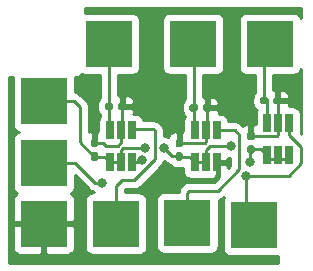
<source format=gbr>
%TF.GenerationSoftware,KiCad,Pcbnew,(5.1.10)-1*%
%TF.CreationDate,2021-10-31T22:14:32-07:00*%
%TF.ProjectId,touch_sensor_fp_board,746f7563-685f-4736-956e-736f725f6670,v1.4*%
%TF.SameCoordinates,Original*%
%TF.FileFunction,Copper,L1,Top*%
%TF.FilePolarity,Positive*%
%FSLAX46Y46*%
G04 Gerber Fmt 4.6, Leading zero omitted, Abs format (unit mm)*
G04 Created by KiCad (PCBNEW (5.1.10)-1) date 2021-10-31 22:14:32*
%MOMM*%
%LPD*%
G01*
G04 APERTURE LIST*
%TA.AperFunction,SMDPad,CuDef*%
%ADD10R,4.000000X4.000000*%
%TD*%
%TA.AperFunction,SMDPad,CuDef*%
%ADD11R,0.650000X1.560000*%
%TD*%
%TA.AperFunction,ViaPad*%
%ADD12C,0.800000*%
%TD*%
%TA.AperFunction,Conductor*%
%ADD13C,0.250000*%
%TD*%
%TA.AperFunction,Conductor*%
%ADD14C,0.254000*%
%TD*%
%TA.AperFunction,Conductor*%
%ADD15C,0.100000*%
%TD*%
G04 APERTURE END LIST*
D10*
%TO.P,P3,1*%
%TO.N,Net-(C3-Pad1)*%
X180350000Y-69200000D03*
%TD*%
%TO.P,P2,1*%
%TO.N,Net-(C2-Pad1)*%
X173850000Y-69200000D03*
%TD*%
%TO.P,P1,1*%
%TO.N,Net-(C1-Pad1)*%
X166700000Y-69200000D03*
%TD*%
%TO.P,C1,2*%
%TO.N,GNDREF*%
%TA.AperFunction,SMDPad,CuDef*%
G36*
G01*
X167492500Y-74655000D02*
X167492500Y-74345000D01*
G75*
G02*
X167647500Y-74190000I155000J0D01*
G01*
X168072500Y-74190000D01*
G75*
G02*
X168227500Y-74345000I0J-155000D01*
G01*
X168227500Y-74655000D01*
G75*
G02*
X168072500Y-74810000I-155000J0D01*
G01*
X167647500Y-74810000D01*
G75*
G02*
X167492500Y-74655000I0J155000D01*
G01*
G37*
%TD.AperFunction*%
%TO.P,C1,1*%
%TO.N,Net-(C1-Pad1)*%
%TA.AperFunction,SMDPad,CuDef*%
G36*
G01*
X166357500Y-74655000D02*
X166357500Y-74345000D01*
G75*
G02*
X166512500Y-74190000I155000J0D01*
G01*
X166937500Y-74190000D01*
G75*
G02*
X167092500Y-74345000I0J-155000D01*
G01*
X167092500Y-74655000D01*
G75*
G02*
X166937500Y-74810000I-155000J0D01*
G01*
X166512500Y-74810000D01*
G75*
G02*
X166357500Y-74655000I0J155000D01*
G01*
G37*
%TD.AperFunction*%
%TD*%
%TO.P,C2,1*%
%TO.N,Net-(C2-Pad1)*%
%TA.AperFunction,SMDPad,CuDef*%
G36*
G01*
X173532500Y-74780000D02*
X173532500Y-74470000D01*
G75*
G02*
X173687500Y-74315000I155000J0D01*
G01*
X174112500Y-74315000D01*
G75*
G02*
X174267500Y-74470000I0J-155000D01*
G01*
X174267500Y-74780000D01*
G75*
G02*
X174112500Y-74935000I-155000J0D01*
G01*
X173687500Y-74935000D01*
G75*
G02*
X173532500Y-74780000I0J155000D01*
G01*
G37*
%TD.AperFunction*%
%TO.P,C2,2*%
%TO.N,GNDREF*%
%TA.AperFunction,SMDPad,CuDef*%
G36*
G01*
X174667500Y-74780000D02*
X174667500Y-74470000D01*
G75*
G02*
X174822500Y-74315000I155000J0D01*
G01*
X175247500Y-74315000D01*
G75*
G02*
X175402500Y-74470000I0J-155000D01*
G01*
X175402500Y-74780000D01*
G75*
G02*
X175247500Y-74935000I-155000J0D01*
G01*
X174822500Y-74935000D01*
G75*
G02*
X174667500Y-74780000I0J155000D01*
G01*
G37*
%TD.AperFunction*%
%TD*%
%TO.P,C3,1*%
%TO.N,Net-(C3-Pad1)*%
%TA.AperFunction,SMDPad,CuDef*%
G36*
G01*
X179507500Y-74180000D02*
X179507500Y-73870000D01*
G75*
G02*
X179662500Y-73715000I155000J0D01*
G01*
X180087500Y-73715000D01*
G75*
G02*
X180242500Y-73870000I0J-155000D01*
G01*
X180242500Y-74180000D01*
G75*
G02*
X180087500Y-74335000I-155000J0D01*
G01*
X179662500Y-74335000D01*
G75*
G02*
X179507500Y-74180000I0J155000D01*
G01*
G37*
%TD.AperFunction*%
%TO.P,C3,2*%
%TO.N,GNDREF*%
%TA.AperFunction,SMDPad,CuDef*%
G36*
G01*
X180642500Y-74180000D02*
X180642500Y-73870000D01*
G75*
G02*
X180797500Y-73715000I155000J0D01*
G01*
X181222500Y-73715000D01*
G75*
G02*
X181377500Y-73870000I0J-155000D01*
G01*
X181377500Y-74180000D01*
G75*
G02*
X181222500Y-74335000I-155000J0D01*
G01*
X180797500Y-74335000D01*
G75*
G02*
X180642500Y-74180000I0J155000D01*
G01*
G37*
%TD.AperFunction*%
%TD*%
%TO.P,C4,1*%
%TO.N,+3V3*%
%TA.AperFunction,SMDPad,CuDef*%
G36*
G01*
X165655000Y-79117500D02*
X165345000Y-79117500D01*
G75*
G02*
X165190000Y-78962500I0J155000D01*
G01*
X165190000Y-78537500D01*
G75*
G02*
X165345000Y-78382500I155000J0D01*
G01*
X165655000Y-78382500D01*
G75*
G02*
X165810000Y-78537500I0J-155000D01*
G01*
X165810000Y-78962500D01*
G75*
G02*
X165655000Y-79117500I-155000J0D01*
G01*
G37*
%TD.AperFunction*%
%TO.P,C4,2*%
%TO.N,GNDREF*%
%TA.AperFunction,SMDPad,CuDef*%
G36*
G01*
X165655000Y-77982500D02*
X165345000Y-77982500D01*
G75*
G02*
X165190000Y-77827500I0J155000D01*
G01*
X165190000Y-77402500D01*
G75*
G02*
X165345000Y-77247500I155000J0D01*
G01*
X165655000Y-77247500D01*
G75*
G02*
X165810000Y-77402500I0J-155000D01*
G01*
X165810000Y-77827500D01*
G75*
G02*
X165655000Y-77982500I-155000J0D01*
G01*
G37*
%TD.AperFunction*%
%TD*%
%TO.P,C5,2*%
%TO.N,GNDREF*%
%TA.AperFunction,SMDPad,CuDef*%
G36*
G01*
X172830000Y-77982500D02*
X172520000Y-77982500D01*
G75*
G02*
X172365000Y-77827500I0J155000D01*
G01*
X172365000Y-77402500D01*
G75*
G02*
X172520000Y-77247500I155000J0D01*
G01*
X172830000Y-77247500D01*
G75*
G02*
X172985000Y-77402500I0J-155000D01*
G01*
X172985000Y-77827500D01*
G75*
G02*
X172830000Y-77982500I-155000J0D01*
G01*
G37*
%TD.AperFunction*%
%TO.P,C5,1*%
%TO.N,+3V3*%
%TA.AperFunction,SMDPad,CuDef*%
G36*
G01*
X172830000Y-79117500D02*
X172520000Y-79117500D01*
G75*
G02*
X172365000Y-78962500I0J155000D01*
G01*
X172365000Y-78537500D01*
G75*
G02*
X172520000Y-78382500I155000J0D01*
G01*
X172830000Y-78382500D01*
G75*
G02*
X172985000Y-78537500I0J-155000D01*
G01*
X172985000Y-78962500D01*
G75*
G02*
X172830000Y-79117500I-155000J0D01*
G01*
G37*
%TD.AperFunction*%
%TD*%
%TO.P,C6,2*%
%TO.N,GNDREF*%
%TA.AperFunction,SMDPad,CuDef*%
G36*
G01*
X178905000Y-77382500D02*
X178595000Y-77382500D01*
G75*
G02*
X178440000Y-77227500I0J155000D01*
G01*
X178440000Y-76802500D01*
G75*
G02*
X178595000Y-76647500I155000J0D01*
G01*
X178905000Y-76647500D01*
G75*
G02*
X179060000Y-76802500I0J-155000D01*
G01*
X179060000Y-77227500D01*
G75*
G02*
X178905000Y-77382500I-155000J0D01*
G01*
G37*
%TD.AperFunction*%
%TO.P,C6,1*%
%TO.N,+3V3*%
%TA.AperFunction,SMDPad,CuDef*%
G36*
G01*
X178905000Y-78517500D02*
X178595000Y-78517500D01*
G75*
G02*
X178440000Y-78362500I0J155000D01*
G01*
X178440000Y-77937500D01*
G75*
G02*
X178595000Y-77782500I155000J0D01*
G01*
X178905000Y-77782500D01*
G75*
G02*
X179060000Y-77937500I0J-155000D01*
G01*
X179060000Y-78362500D01*
G75*
G02*
X178905000Y-78517500I-155000J0D01*
G01*
G37*
%TD.AperFunction*%
%TD*%
%TO.P,TP1,1*%
%TO.N,Net-(TP1-Pad1)*%
X167325000Y-84425000D03*
%TD*%
%TO.P,TP2,1*%
%TO.N,Net-(TP2-Pad1)*%
X173375000Y-84350000D03*
%TD*%
%TO.P,TP3,1*%
%TO.N,Net-(TP3-Pad1)*%
X179000000Y-84550000D03*
%TD*%
%TO.P,TP4,1*%
%TO.N,+3V3*%
X161200000Y-74050000D03*
%TD*%
%TO.P,TP5,1*%
%TO.N,Net-(TP3-Pad1)*%
X161200000Y-79300000D03*
%TD*%
%TO.P,TP6,1*%
%TO.N,GNDREF*%
X161200000Y-84425000D03*
%TD*%
D11*
%TO.P,U1,1*%
%TO.N,Net-(TP1-Pad1)*%
X168700000Y-76525000D03*
%TO.P,U1,2*%
%TO.N,GNDREF*%
X167750000Y-76525000D03*
%TO.P,U1,3*%
%TO.N,Net-(C1-Pad1)*%
X166800000Y-76525000D03*
%TO.P,U1,4*%
%TO.N,+3V3*%
X166800000Y-79225000D03*
%TO.P,U1,6*%
%TO.N,GNDREF*%
X168700000Y-79225000D03*
%TO.P,U1,5*%
%TO.N,+3V3*%
X167750000Y-79225000D03*
%TD*%
%TO.P,U2,5*%
%TO.N,+3V3*%
X174925000Y-79225000D03*
%TO.P,U2,6*%
%TO.N,GNDREF*%
X175875000Y-79225000D03*
%TO.P,U2,4*%
%TO.N,+3V3*%
X173975000Y-79225000D03*
%TO.P,U2,3*%
%TO.N,Net-(C2-Pad1)*%
X173975000Y-76525000D03*
%TO.P,U2,2*%
%TO.N,GNDREF*%
X174925000Y-76525000D03*
%TO.P,U2,1*%
%TO.N,Net-(TP2-Pad1)*%
X175875000Y-76525000D03*
%TD*%
%TO.P,U3,1*%
%TO.N,Net-(TP3-Pad1)*%
X182000000Y-75925000D03*
%TO.P,U3,2*%
%TO.N,GNDREF*%
X181050000Y-75925000D03*
%TO.P,U3,3*%
%TO.N,Net-(C3-Pad1)*%
X180100000Y-75925000D03*
%TO.P,U3,4*%
%TO.N,+3V3*%
X180100000Y-78625000D03*
%TO.P,U3,6*%
X182000000Y-78625000D03*
%TO.P,U3,5*%
X181050000Y-78625000D03*
%TD*%
D12*
%TO.N,GNDREF*%
X161200000Y-87400000D03*
X165125000Y-73050000D03*
X170825000Y-73750000D03*
X169532348Y-79057348D03*
%TO.N,+3V3*%
X169800000Y-78050000D03*
X171400000Y-78050000D03*
X177050000Y-77850000D03*
X178700000Y-79200000D03*
%TO.N,Net-(TP3-Pad1)*%
X178350000Y-80375000D03*
X166150000Y-81000000D03*
%TD*%
D13*
%TO.N,GNDREF*%
X175067500Y-76382500D02*
X174925000Y-76525000D01*
X181242500Y-76082500D02*
X181050000Y-76275000D01*
X168700000Y-79225000D02*
X168900000Y-79225000D01*
X181050000Y-74065000D02*
X181010000Y-74025000D01*
X181010000Y-76235000D02*
X181050000Y-76275000D01*
X181010000Y-74025000D02*
X181010000Y-76235000D01*
X175035000Y-76415000D02*
X174925000Y-76525000D01*
X175035000Y-74625000D02*
X175035000Y-76415000D01*
X167860000Y-76415000D02*
X167750000Y-76525000D01*
X167860000Y-74500000D02*
X167860000Y-76415000D01*
X181050000Y-76955000D02*
X181050000Y-75925000D01*
X180974999Y-77030001D02*
X181050000Y-76955000D01*
X178765001Y-77030001D02*
X180974999Y-77030001D01*
X178750000Y-77015000D02*
X178765001Y-77030001D01*
X174925000Y-77555000D02*
X174925000Y-76525000D01*
X174849999Y-77630001D02*
X174925000Y-77555000D01*
X172690001Y-77630001D02*
X174849999Y-77630001D01*
X172675000Y-77615000D02*
X172690001Y-77630001D01*
X166199998Y-77615000D02*
X166434998Y-77850000D01*
X165500000Y-77615000D02*
X166199998Y-77615000D01*
X167750000Y-77555000D02*
X167750000Y-76525000D01*
X167455000Y-77850000D02*
X167750000Y-77555000D01*
X166434998Y-77850000D02*
X167455000Y-77850000D01*
X169364696Y-79225000D02*
X169532348Y-79057348D01*
X168700000Y-79225000D02*
X169364696Y-79225000D01*
%TO.N,Net-(C1-Pad1)*%
X166725000Y-76450000D02*
X166800000Y-76525000D01*
X166725000Y-74500000D02*
X166725000Y-76450000D01*
X166725000Y-69225000D02*
X166700000Y-69200000D01*
X166725000Y-74500000D02*
X166725000Y-69225000D01*
%TO.N,Net-(C2-Pad1)*%
X173932500Y-76482500D02*
X173975000Y-76525000D01*
X173900000Y-76450000D02*
X173975000Y-76525000D01*
X173900000Y-74625000D02*
X173900000Y-76450000D01*
X173900000Y-69250000D02*
X173850000Y-69200000D01*
X173900000Y-74625000D02*
X173900000Y-69250000D01*
%TO.N,Net-(C3-Pad1)*%
X180107500Y-76267500D02*
X180100000Y-76275000D01*
X180100000Y-74250000D02*
X179875000Y-74025000D01*
X180100000Y-76275000D02*
X180100000Y-74250000D01*
X179875000Y-69675000D02*
X180350000Y-69200000D01*
X179875000Y-74025000D02*
X179875000Y-69675000D01*
%TO.N,+3V3*%
X166775000Y-79250000D02*
X166800000Y-79225000D01*
X167007500Y-79432500D02*
X166800000Y-79225000D01*
X167750000Y-79225000D02*
X166800000Y-79225000D01*
X173975000Y-79225000D02*
X174925000Y-79225000D01*
X180100000Y-78975000D02*
X181050000Y-78975000D01*
X181050000Y-78975000D02*
X182000000Y-78975000D01*
X173950000Y-79250000D02*
X173975000Y-79225000D01*
X179625000Y-78150000D02*
X180100000Y-78625000D01*
X178750000Y-78150000D02*
X179625000Y-78150000D01*
X173500000Y-78750000D02*
X173975000Y-79225000D01*
X172675000Y-78750000D02*
X173500000Y-78750000D01*
X166325000Y-78750000D02*
X166800000Y-79225000D01*
X165500000Y-78750000D02*
X166325000Y-78750000D01*
X167750000Y-78195000D02*
X167895000Y-78050000D01*
X167750000Y-79225000D02*
X167750000Y-78195000D01*
X167895000Y-78050000D02*
X169800000Y-78050000D01*
X171400000Y-78050000D02*
X172050000Y-78700000D01*
X172625000Y-78700000D02*
X172675000Y-78750000D01*
X172050000Y-78700000D02*
X172625000Y-78700000D01*
X174925000Y-78195000D02*
X175245000Y-77875000D01*
X174925000Y-79225000D02*
X174925000Y-78195000D01*
X178700000Y-78200000D02*
X178750000Y-78150000D01*
X178700000Y-79200000D02*
X178700000Y-78200000D01*
X177025000Y-77875000D02*
X177050000Y-77850000D01*
X175245000Y-77875000D02*
X177025000Y-77875000D01*
X165500000Y-78750000D02*
X164275000Y-77525000D01*
X164275000Y-77525000D02*
X164275000Y-74550000D01*
X163775000Y-74050000D02*
X161200000Y-74050000D01*
X164275000Y-74550000D02*
X163775000Y-74050000D01*
%TO.N,Net-(TP1-Pad1)*%
X168775000Y-76450000D02*
X168700000Y-76525000D01*
X170525000Y-76450000D02*
X168775000Y-76450000D01*
X167325000Y-84425000D02*
X167325000Y-81250000D01*
X167325000Y-81250000D02*
X167800000Y-80775000D01*
X168840002Y-80775000D02*
X170625000Y-78990002D01*
X167800000Y-80775000D02*
X168840002Y-80775000D01*
X170625000Y-76550000D02*
X170525000Y-76450000D01*
X170625000Y-78990002D02*
X170625000Y-76550000D01*
%TO.N,Net-(TP2-Pad1)*%
X175875000Y-76525000D02*
X177375000Y-76525000D01*
X177775001Y-76925001D02*
X177775001Y-79824999D01*
X177375000Y-76525000D02*
X177775001Y-76925001D01*
X177775001Y-79824999D02*
X175950000Y-81650000D01*
X175950000Y-81650000D02*
X173525000Y-81650000D01*
X173375000Y-81800000D02*
X173375000Y-84350000D01*
X173525000Y-81650000D02*
X173375000Y-81800000D01*
%TO.N,Net-(TP3-Pad1)*%
X183000000Y-77934998D02*
X182315002Y-77250000D01*
X182315002Y-77250000D02*
X182315002Y-77240002D01*
X182000000Y-76925000D02*
X182000000Y-75925000D01*
X182315002Y-77240002D02*
X182000000Y-76925000D01*
X181940002Y-80375000D02*
X178350000Y-80375000D01*
X183000000Y-79315002D02*
X181940002Y-80375000D01*
X183000000Y-77934998D02*
X183000000Y-79315002D01*
X178350000Y-83900000D02*
X179000000Y-84550000D01*
X178350000Y-80375000D02*
X178350000Y-83900000D01*
X166150000Y-81000000D02*
X165575000Y-81000000D01*
X163875000Y-79300000D02*
X161200000Y-79300000D01*
X165575000Y-81000000D02*
X163875000Y-79300000D01*
%TD*%
D14*
%TO.N,GNDREF*%
X158561928Y-72050000D02*
X158561928Y-76050000D01*
X158574188Y-76174482D01*
X158610498Y-76294180D01*
X158669463Y-76404494D01*
X158748815Y-76501185D01*
X158845506Y-76580537D01*
X158955820Y-76639502D01*
X159072841Y-76675000D01*
X158955820Y-76710498D01*
X158845506Y-76769463D01*
X158748815Y-76848815D01*
X158669463Y-76945506D01*
X158610498Y-77055820D01*
X158574188Y-77175518D01*
X158561928Y-77300000D01*
X158561928Y-81300000D01*
X158574188Y-81424482D01*
X158610498Y-81544180D01*
X158669463Y-81654494D01*
X158748815Y-81751185D01*
X158845506Y-81830537D01*
X158905304Y-81862500D01*
X158845506Y-81894463D01*
X158748815Y-81973815D01*
X158669463Y-82070506D01*
X158610498Y-82180820D01*
X158574188Y-82300518D01*
X158561928Y-82425000D01*
X158565000Y-84139250D01*
X158723750Y-84298000D01*
X161073000Y-84298000D01*
X161073000Y-84278000D01*
X161327000Y-84278000D01*
X161327000Y-84298000D01*
X163676250Y-84298000D01*
X163835000Y-84139250D01*
X163838072Y-82425000D01*
X163825812Y-82300518D01*
X163789502Y-82180820D01*
X163730537Y-82070506D01*
X163651185Y-81973815D01*
X163554494Y-81894463D01*
X163494696Y-81862500D01*
X163554494Y-81830537D01*
X163651185Y-81751185D01*
X163730537Y-81654494D01*
X163789502Y-81544180D01*
X163825812Y-81424482D01*
X163838072Y-81300000D01*
X163838072Y-80337873D01*
X165011201Y-81511003D01*
X165034999Y-81540001D01*
X165063997Y-81563799D01*
X165150723Y-81634974D01*
X165282753Y-81705546D01*
X165426014Y-81749003D01*
X165436306Y-81750017D01*
X165473217Y-81786928D01*
X165325000Y-81786928D01*
X165200518Y-81799188D01*
X165080820Y-81835498D01*
X164970506Y-81894463D01*
X164873815Y-81973815D01*
X164794463Y-82070506D01*
X164735498Y-82180820D01*
X164699188Y-82300518D01*
X164686928Y-82425000D01*
X164686928Y-86425000D01*
X164699188Y-86549482D01*
X164735498Y-86669180D01*
X164794463Y-86779494D01*
X164873815Y-86876185D01*
X164970506Y-86955537D01*
X165080820Y-87014502D01*
X165200518Y-87050812D01*
X165325000Y-87063072D01*
X169325000Y-87063072D01*
X169449482Y-87050812D01*
X169569180Y-87014502D01*
X169679494Y-86955537D01*
X169776185Y-86876185D01*
X169855537Y-86779494D01*
X169914502Y-86669180D01*
X169950812Y-86549482D01*
X169963072Y-86425000D01*
X169963072Y-82425000D01*
X169950812Y-82300518D01*
X169914502Y-82180820D01*
X169855537Y-82070506D01*
X169776185Y-81973815D01*
X169679494Y-81894463D01*
X169569180Y-81835498D01*
X169449482Y-81799188D01*
X169325000Y-81786928D01*
X168085000Y-81786928D01*
X168085000Y-81564801D01*
X168114802Y-81535000D01*
X168802680Y-81535000D01*
X168840002Y-81538676D01*
X168877324Y-81535000D01*
X168877335Y-81535000D01*
X168988988Y-81524003D01*
X169132249Y-81480546D01*
X169264278Y-81409974D01*
X169380003Y-81315001D01*
X169403805Y-81285998D01*
X171136009Y-79553796D01*
X171165001Y-79530003D01*
X171188795Y-79501010D01*
X171188799Y-79501006D01*
X171259973Y-79414279D01*
X171259974Y-79414278D01*
X171330546Y-79282249D01*
X171374003Y-79138988D01*
X171377606Y-79102408D01*
X171486200Y-79211002D01*
X171509999Y-79240001D01*
X171625724Y-79334974D01*
X171757753Y-79405546D01*
X171897334Y-79447887D01*
X171959213Y-79523287D01*
X172079393Y-79621915D01*
X172216504Y-79695203D01*
X172365279Y-79740333D01*
X172520000Y-79755572D01*
X172830000Y-79755572D01*
X172984721Y-79740333D01*
X173011928Y-79732080D01*
X173011928Y-80005000D01*
X173024188Y-80129482D01*
X173060498Y-80249180D01*
X173119463Y-80359494D01*
X173198815Y-80456185D01*
X173295506Y-80535537D01*
X173405820Y-80594502D01*
X173525518Y-80630812D01*
X173650000Y-80643072D01*
X174300000Y-80643072D01*
X174424482Y-80630812D01*
X174450000Y-80623071D01*
X174475518Y-80630812D01*
X174600000Y-80643072D01*
X175250000Y-80643072D01*
X175374482Y-80630812D01*
X175400000Y-80623071D01*
X175425518Y-80630812D01*
X175550000Y-80643072D01*
X175589250Y-80640000D01*
X175748000Y-80481250D01*
X175748000Y-80399141D01*
X175780537Y-80359494D01*
X175839502Y-80249180D01*
X175875812Y-80129482D01*
X175888072Y-80005000D01*
X175888072Y-79078000D01*
X176002000Y-79078000D01*
X176002000Y-79098000D01*
X176676250Y-79098000D01*
X176835000Y-78939250D01*
X176835476Y-78862606D01*
X176948061Y-78885000D01*
X177015002Y-78885000D01*
X177015002Y-79510196D01*
X176836108Y-79689090D01*
X176835000Y-79510750D01*
X176676250Y-79352000D01*
X176002000Y-79352000D01*
X176002000Y-80481250D01*
X176022974Y-80502224D01*
X175635199Y-80890000D01*
X173562322Y-80890000D01*
X173524999Y-80886324D01*
X173487676Y-80890000D01*
X173487667Y-80890000D01*
X173376014Y-80900997D01*
X173232753Y-80944454D01*
X173100724Y-81015026D01*
X172984999Y-81109999D01*
X172961196Y-81139003D01*
X172864003Y-81236196D01*
X172834999Y-81259999D01*
X172779871Y-81327174D01*
X172740026Y-81375724D01*
X172713964Y-81424482D01*
X172669454Y-81507754D01*
X172625997Y-81651015D01*
X172619998Y-81711928D01*
X171375000Y-81711928D01*
X171250518Y-81724188D01*
X171130820Y-81760498D01*
X171020506Y-81819463D01*
X170923815Y-81898815D01*
X170844463Y-81995506D01*
X170785498Y-82105820D01*
X170749188Y-82225518D01*
X170736928Y-82350000D01*
X170736928Y-86350000D01*
X170749188Y-86474482D01*
X170785498Y-86594180D01*
X170844463Y-86704494D01*
X170923815Y-86801185D01*
X171020506Y-86880537D01*
X171130820Y-86939502D01*
X171250518Y-86975812D01*
X171375000Y-86988072D01*
X175375000Y-86988072D01*
X175499482Y-86975812D01*
X175619180Y-86939502D01*
X175729494Y-86880537D01*
X175826185Y-86801185D01*
X175905537Y-86704494D01*
X175964502Y-86594180D01*
X176000812Y-86474482D01*
X176013072Y-86350000D01*
X176013072Y-82407465D01*
X176098986Y-82399003D01*
X176242247Y-82355546D01*
X176374276Y-82284974D01*
X176458655Y-82215726D01*
X176410498Y-82305820D01*
X176374188Y-82425518D01*
X176361928Y-82550000D01*
X176361928Y-86550000D01*
X176374188Y-86674482D01*
X176410498Y-86794180D01*
X176469463Y-86904494D01*
X176548815Y-87001185D01*
X176645506Y-87080537D01*
X176755820Y-87139502D01*
X176875518Y-87175812D01*
X177000000Y-87188072D01*
X181000000Y-87188072D01*
X181065000Y-87181670D01*
X181065000Y-87765000D01*
X158260000Y-87765000D01*
X158260000Y-86425000D01*
X158561928Y-86425000D01*
X158574188Y-86549482D01*
X158610498Y-86669180D01*
X158669463Y-86779494D01*
X158748815Y-86876185D01*
X158845506Y-86955537D01*
X158955820Y-87014502D01*
X159075518Y-87050812D01*
X159200000Y-87063072D01*
X160914250Y-87060000D01*
X161073000Y-86901250D01*
X161073000Y-84552000D01*
X161327000Y-84552000D01*
X161327000Y-86901250D01*
X161485750Y-87060000D01*
X163200000Y-87063072D01*
X163324482Y-87050812D01*
X163444180Y-87014502D01*
X163554494Y-86955537D01*
X163651185Y-86876185D01*
X163730537Y-86779494D01*
X163789502Y-86669180D01*
X163825812Y-86549482D01*
X163838072Y-86425000D01*
X163835000Y-84710750D01*
X163676250Y-84552000D01*
X161327000Y-84552000D01*
X161073000Y-84552000D01*
X158723750Y-84552000D01*
X158565000Y-84710750D01*
X158561928Y-86425000D01*
X158260000Y-86425000D01*
X158260000Y-71985000D01*
X158568330Y-71985000D01*
X158561928Y-72050000D01*
%TA.AperFunction,Conductor*%
D15*
G36*
X158561928Y-72050000D02*
G01*
X158561928Y-76050000D01*
X158574188Y-76174482D01*
X158610498Y-76294180D01*
X158669463Y-76404494D01*
X158748815Y-76501185D01*
X158845506Y-76580537D01*
X158955820Y-76639502D01*
X159072841Y-76675000D01*
X158955820Y-76710498D01*
X158845506Y-76769463D01*
X158748815Y-76848815D01*
X158669463Y-76945506D01*
X158610498Y-77055820D01*
X158574188Y-77175518D01*
X158561928Y-77300000D01*
X158561928Y-81300000D01*
X158574188Y-81424482D01*
X158610498Y-81544180D01*
X158669463Y-81654494D01*
X158748815Y-81751185D01*
X158845506Y-81830537D01*
X158905304Y-81862500D01*
X158845506Y-81894463D01*
X158748815Y-81973815D01*
X158669463Y-82070506D01*
X158610498Y-82180820D01*
X158574188Y-82300518D01*
X158561928Y-82425000D01*
X158565000Y-84139250D01*
X158723750Y-84298000D01*
X161073000Y-84298000D01*
X161073000Y-84278000D01*
X161327000Y-84278000D01*
X161327000Y-84298000D01*
X163676250Y-84298000D01*
X163835000Y-84139250D01*
X163838072Y-82425000D01*
X163825812Y-82300518D01*
X163789502Y-82180820D01*
X163730537Y-82070506D01*
X163651185Y-81973815D01*
X163554494Y-81894463D01*
X163494696Y-81862500D01*
X163554494Y-81830537D01*
X163651185Y-81751185D01*
X163730537Y-81654494D01*
X163789502Y-81544180D01*
X163825812Y-81424482D01*
X163838072Y-81300000D01*
X163838072Y-80337873D01*
X165011201Y-81511003D01*
X165034999Y-81540001D01*
X165063997Y-81563799D01*
X165150723Y-81634974D01*
X165282753Y-81705546D01*
X165426014Y-81749003D01*
X165436306Y-81750017D01*
X165473217Y-81786928D01*
X165325000Y-81786928D01*
X165200518Y-81799188D01*
X165080820Y-81835498D01*
X164970506Y-81894463D01*
X164873815Y-81973815D01*
X164794463Y-82070506D01*
X164735498Y-82180820D01*
X164699188Y-82300518D01*
X164686928Y-82425000D01*
X164686928Y-86425000D01*
X164699188Y-86549482D01*
X164735498Y-86669180D01*
X164794463Y-86779494D01*
X164873815Y-86876185D01*
X164970506Y-86955537D01*
X165080820Y-87014502D01*
X165200518Y-87050812D01*
X165325000Y-87063072D01*
X169325000Y-87063072D01*
X169449482Y-87050812D01*
X169569180Y-87014502D01*
X169679494Y-86955537D01*
X169776185Y-86876185D01*
X169855537Y-86779494D01*
X169914502Y-86669180D01*
X169950812Y-86549482D01*
X169963072Y-86425000D01*
X169963072Y-82425000D01*
X169950812Y-82300518D01*
X169914502Y-82180820D01*
X169855537Y-82070506D01*
X169776185Y-81973815D01*
X169679494Y-81894463D01*
X169569180Y-81835498D01*
X169449482Y-81799188D01*
X169325000Y-81786928D01*
X168085000Y-81786928D01*
X168085000Y-81564801D01*
X168114802Y-81535000D01*
X168802680Y-81535000D01*
X168840002Y-81538676D01*
X168877324Y-81535000D01*
X168877335Y-81535000D01*
X168988988Y-81524003D01*
X169132249Y-81480546D01*
X169264278Y-81409974D01*
X169380003Y-81315001D01*
X169403805Y-81285998D01*
X171136009Y-79553796D01*
X171165001Y-79530003D01*
X171188795Y-79501010D01*
X171188799Y-79501006D01*
X171259973Y-79414279D01*
X171259974Y-79414278D01*
X171330546Y-79282249D01*
X171374003Y-79138988D01*
X171377606Y-79102408D01*
X171486200Y-79211002D01*
X171509999Y-79240001D01*
X171625724Y-79334974D01*
X171757753Y-79405546D01*
X171897334Y-79447887D01*
X171959213Y-79523287D01*
X172079393Y-79621915D01*
X172216504Y-79695203D01*
X172365279Y-79740333D01*
X172520000Y-79755572D01*
X172830000Y-79755572D01*
X172984721Y-79740333D01*
X173011928Y-79732080D01*
X173011928Y-80005000D01*
X173024188Y-80129482D01*
X173060498Y-80249180D01*
X173119463Y-80359494D01*
X173198815Y-80456185D01*
X173295506Y-80535537D01*
X173405820Y-80594502D01*
X173525518Y-80630812D01*
X173650000Y-80643072D01*
X174300000Y-80643072D01*
X174424482Y-80630812D01*
X174450000Y-80623071D01*
X174475518Y-80630812D01*
X174600000Y-80643072D01*
X175250000Y-80643072D01*
X175374482Y-80630812D01*
X175400000Y-80623071D01*
X175425518Y-80630812D01*
X175550000Y-80643072D01*
X175589250Y-80640000D01*
X175748000Y-80481250D01*
X175748000Y-80399141D01*
X175780537Y-80359494D01*
X175839502Y-80249180D01*
X175875812Y-80129482D01*
X175888072Y-80005000D01*
X175888072Y-79078000D01*
X176002000Y-79078000D01*
X176002000Y-79098000D01*
X176676250Y-79098000D01*
X176835000Y-78939250D01*
X176835476Y-78862606D01*
X176948061Y-78885000D01*
X177015002Y-78885000D01*
X177015002Y-79510196D01*
X176836108Y-79689090D01*
X176835000Y-79510750D01*
X176676250Y-79352000D01*
X176002000Y-79352000D01*
X176002000Y-80481250D01*
X176022974Y-80502224D01*
X175635199Y-80890000D01*
X173562322Y-80890000D01*
X173524999Y-80886324D01*
X173487676Y-80890000D01*
X173487667Y-80890000D01*
X173376014Y-80900997D01*
X173232753Y-80944454D01*
X173100724Y-81015026D01*
X172984999Y-81109999D01*
X172961196Y-81139003D01*
X172864003Y-81236196D01*
X172834999Y-81259999D01*
X172779871Y-81327174D01*
X172740026Y-81375724D01*
X172713964Y-81424482D01*
X172669454Y-81507754D01*
X172625997Y-81651015D01*
X172619998Y-81711928D01*
X171375000Y-81711928D01*
X171250518Y-81724188D01*
X171130820Y-81760498D01*
X171020506Y-81819463D01*
X170923815Y-81898815D01*
X170844463Y-81995506D01*
X170785498Y-82105820D01*
X170749188Y-82225518D01*
X170736928Y-82350000D01*
X170736928Y-86350000D01*
X170749188Y-86474482D01*
X170785498Y-86594180D01*
X170844463Y-86704494D01*
X170923815Y-86801185D01*
X171020506Y-86880537D01*
X171130820Y-86939502D01*
X171250518Y-86975812D01*
X171375000Y-86988072D01*
X175375000Y-86988072D01*
X175499482Y-86975812D01*
X175619180Y-86939502D01*
X175729494Y-86880537D01*
X175826185Y-86801185D01*
X175905537Y-86704494D01*
X175964502Y-86594180D01*
X176000812Y-86474482D01*
X176013072Y-86350000D01*
X176013072Y-82407465D01*
X176098986Y-82399003D01*
X176242247Y-82355546D01*
X176374276Y-82284974D01*
X176458655Y-82215726D01*
X176410498Y-82305820D01*
X176374188Y-82425518D01*
X176361928Y-82550000D01*
X176361928Y-86550000D01*
X176374188Y-86674482D01*
X176410498Y-86794180D01*
X176469463Y-86904494D01*
X176548815Y-87001185D01*
X176645506Y-87080537D01*
X176755820Y-87139502D01*
X176875518Y-87175812D01*
X177000000Y-87188072D01*
X181000000Y-87188072D01*
X181065000Y-87181670D01*
X181065000Y-87765000D01*
X158260000Y-87765000D01*
X158260000Y-86425000D01*
X158561928Y-86425000D01*
X158574188Y-86549482D01*
X158610498Y-86669180D01*
X158669463Y-86779494D01*
X158748815Y-86876185D01*
X158845506Y-86955537D01*
X158955820Y-87014502D01*
X159075518Y-87050812D01*
X159200000Y-87063072D01*
X160914250Y-87060000D01*
X161073000Y-86901250D01*
X161073000Y-84552000D01*
X161327000Y-84552000D01*
X161327000Y-86901250D01*
X161485750Y-87060000D01*
X163200000Y-87063072D01*
X163324482Y-87050812D01*
X163444180Y-87014502D01*
X163554494Y-86955537D01*
X163651185Y-86876185D01*
X163730537Y-86779494D01*
X163789502Y-86669180D01*
X163825812Y-86549482D01*
X163838072Y-86425000D01*
X163835000Y-84710750D01*
X163676250Y-84552000D01*
X161327000Y-84552000D01*
X161073000Y-84552000D01*
X158723750Y-84552000D01*
X158565000Y-84710750D01*
X158561928Y-86425000D01*
X158260000Y-86425000D01*
X158260000Y-71985000D01*
X158568330Y-71985000D01*
X158561928Y-72050000D01*
G37*
%TD.AperFunction*%
D14*
X168827000Y-79098000D02*
X168847000Y-79098000D01*
X168847000Y-79352000D01*
X168827000Y-79352000D01*
X168827000Y-79372000D01*
X168713072Y-79372000D01*
X168713072Y-79078000D01*
X168827000Y-79078000D01*
X168827000Y-79098000D01*
%TA.AperFunction,Conductor*%
D15*
G36*
X168827000Y-79098000D02*
G01*
X168847000Y-79098000D01*
X168847000Y-79352000D01*
X168827000Y-79352000D01*
X168827000Y-79372000D01*
X168713072Y-79372000D01*
X168713072Y-79078000D01*
X168827000Y-79078000D01*
X168827000Y-79098000D01*
G37*
%TD.AperFunction*%
D14*
X164575518Y-71825812D02*
X164700000Y-71838072D01*
X165965001Y-71838072D01*
X165965000Y-73773309D01*
X165951713Y-73784213D01*
X165853085Y-73904393D01*
X165779797Y-74041504D01*
X165734667Y-74190279D01*
X165719428Y-74345000D01*
X165719428Y-74655000D01*
X165734667Y-74809721D01*
X165779797Y-74958496D01*
X165853085Y-75095607D01*
X165951713Y-75215787D01*
X165965000Y-75226692D01*
X165965000Y-75365481D01*
X165944463Y-75390506D01*
X165885498Y-75500820D01*
X165849188Y-75620518D01*
X165836928Y-75745000D01*
X165836928Y-76612080D01*
X165810000Y-76609428D01*
X165785750Y-76612500D01*
X165627000Y-76771250D01*
X165627000Y-77488000D01*
X165647000Y-77488000D01*
X165647000Y-77742000D01*
X165627000Y-77742000D01*
X165627000Y-77744428D01*
X165569230Y-77744428D01*
X165353000Y-77528199D01*
X165353000Y-77488000D01*
X165373000Y-77488000D01*
X165373000Y-76771250D01*
X165214250Y-76612500D01*
X165190000Y-76609428D01*
X165065518Y-76621688D01*
X165035000Y-76630946D01*
X165035000Y-74587325D01*
X165038676Y-74550000D01*
X165035000Y-74512675D01*
X165035000Y-74512667D01*
X165024003Y-74401014D01*
X164980546Y-74257753D01*
X164909974Y-74125724D01*
X164815001Y-74009999D01*
X164785997Y-73986196D01*
X164338804Y-73539003D01*
X164315001Y-73509999D01*
X164199276Y-73415026D01*
X164067247Y-73344454D01*
X163923986Y-73300997D01*
X163838072Y-73292535D01*
X163838072Y-72050000D01*
X163831670Y-71985000D01*
X163967581Y-71985000D01*
X164000000Y-71988193D01*
X164032419Y-71985000D01*
X164129383Y-71975450D01*
X164253793Y-71937710D01*
X164368450Y-71876425D01*
X164468948Y-71793948D01*
X164469253Y-71793577D01*
X164575518Y-71825812D01*
%TA.AperFunction,Conductor*%
D15*
G36*
X164575518Y-71825812D02*
G01*
X164700000Y-71838072D01*
X165965001Y-71838072D01*
X165965000Y-73773309D01*
X165951713Y-73784213D01*
X165853085Y-73904393D01*
X165779797Y-74041504D01*
X165734667Y-74190279D01*
X165719428Y-74345000D01*
X165719428Y-74655000D01*
X165734667Y-74809721D01*
X165779797Y-74958496D01*
X165853085Y-75095607D01*
X165951713Y-75215787D01*
X165965000Y-75226692D01*
X165965000Y-75365481D01*
X165944463Y-75390506D01*
X165885498Y-75500820D01*
X165849188Y-75620518D01*
X165836928Y-75745000D01*
X165836928Y-76612080D01*
X165810000Y-76609428D01*
X165785750Y-76612500D01*
X165627000Y-76771250D01*
X165627000Y-77488000D01*
X165647000Y-77488000D01*
X165647000Y-77742000D01*
X165627000Y-77742000D01*
X165627000Y-77744428D01*
X165569230Y-77744428D01*
X165353000Y-77528199D01*
X165353000Y-77488000D01*
X165373000Y-77488000D01*
X165373000Y-76771250D01*
X165214250Y-76612500D01*
X165190000Y-76609428D01*
X165065518Y-76621688D01*
X165035000Y-76630946D01*
X165035000Y-74587325D01*
X165038676Y-74550000D01*
X165035000Y-74512675D01*
X165035000Y-74512667D01*
X165024003Y-74401014D01*
X164980546Y-74257753D01*
X164909974Y-74125724D01*
X164815001Y-74009999D01*
X164785997Y-73986196D01*
X164338804Y-73539003D01*
X164315001Y-73509999D01*
X164199276Y-73415026D01*
X164067247Y-73344454D01*
X163923986Y-73300997D01*
X163838072Y-73292535D01*
X163838072Y-72050000D01*
X163831670Y-71985000D01*
X163967581Y-71985000D01*
X164000000Y-71988193D01*
X164032419Y-71985000D01*
X164129383Y-71975450D01*
X164253793Y-71937710D01*
X164368450Y-71876425D01*
X164468948Y-71793948D01*
X164469253Y-71793577D01*
X164575518Y-71825812D01*
G37*
%TD.AperFunction*%
D14*
X182965001Y-67039879D02*
X182939502Y-66955820D01*
X182880537Y-66845506D01*
X182801185Y-66748815D01*
X182704494Y-66669463D01*
X182594180Y-66610498D01*
X182474482Y-66574188D01*
X182350000Y-66561928D01*
X178350000Y-66561928D01*
X178225518Y-66574188D01*
X178105820Y-66610498D01*
X177995506Y-66669463D01*
X177898815Y-66748815D01*
X177819463Y-66845506D01*
X177760498Y-66955820D01*
X177724188Y-67075518D01*
X177711928Y-67200000D01*
X177711928Y-71200000D01*
X177724188Y-71324482D01*
X177760498Y-71444180D01*
X177819463Y-71554494D01*
X177898815Y-71651185D01*
X177995506Y-71730537D01*
X178105820Y-71789502D01*
X178225518Y-71825812D01*
X178350000Y-71838072D01*
X179115001Y-71838072D01*
X179115000Y-73298309D01*
X179101713Y-73309213D01*
X179003085Y-73429393D01*
X178929797Y-73566504D01*
X178884667Y-73715279D01*
X178869428Y-73870000D01*
X178869428Y-74180000D01*
X178884667Y-74334721D01*
X178929797Y-74483496D01*
X179003085Y-74620607D01*
X179101713Y-74740787D01*
X179219410Y-74837377D01*
X179185498Y-74900820D01*
X179149188Y-75020518D01*
X179136928Y-75145000D01*
X179136928Y-76017004D01*
X179060000Y-76009428D01*
X179035750Y-76012500D01*
X178877000Y-76171250D01*
X178877000Y-76888000D01*
X178897000Y-76888000D01*
X178897000Y-77142000D01*
X178877000Y-77142000D01*
X178877000Y-77144428D01*
X178623000Y-77144428D01*
X178623000Y-77142000D01*
X178603000Y-77142000D01*
X178603000Y-76888000D01*
X178623000Y-76888000D01*
X178623000Y-76171250D01*
X178464250Y-76012500D01*
X178440000Y-76009428D01*
X178315518Y-76021688D01*
X178195820Y-76057998D01*
X178085506Y-76116963D01*
X178061481Y-76136680D01*
X177938804Y-76014003D01*
X177915001Y-75984999D01*
X177799276Y-75890026D01*
X177667247Y-75819454D01*
X177523986Y-75775997D01*
X177412333Y-75765000D01*
X177412322Y-75765000D01*
X177375000Y-75761324D01*
X177337678Y-75765000D01*
X176838072Y-75765000D01*
X176838072Y-75745000D01*
X176825812Y-75620518D01*
X176789502Y-75500820D01*
X176730537Y-75390506D01*
X176651185Y-75293815D01*
X176554494Y-75214463D01*
X176444180Y-75155498D01*
X176324482Y-75119188D01*
X176200000Y-75106928D01*
X176013919Y-75106928D01*
X176028312Y-75059482D01*
X176040572Y-74935000D01*
X176037500Y-74910750D01*
X175878750Y-74752000D01*
X175162000Y-74752000D01*
X175162000Y-74772000D01*
X174908000Y-74772000D01*
X174908000Y-74752000D01*
X174905572Y-74752000D01*
X174905572Y-74498000D01*
X174908000Y-74498000D01*
X174908000Y-73838750D01*
X175162000Y-73838750D01*
X175162000Y-74498000D01*
X175878750Y-74498000D01*
X176037500Y-74339250D01*
X176040572Y-74315000D01*
X176028312Y-74190518D01*
X175992002Y-74070820D01*
X175933037Y-73960506D01*
X175853685Y-73863815D01*
X175756994Y-73784463D01*
X175646680Y-73725498D01*
X175526982Y-73689188D01*
X175402500Y-73676928D01*
X175320750Y-73680000D01*
X175162000Y-73838750D01*
X174908000Y-73838750D01*
X174749250Y-73680000D01*
X174667500Y-73676928D01*
X174660000Y-73677667D01*
X174660000Y-71838072D01*
X175850000Y-71838072D01*
X175974482Y-71825812D01*
X176094180Y-71789502D01*
X176204494Y-71730537D01*
X176301185Y-71651185D01*
X176380537Y-71554494D01*
X176439502Y-71444180D01*
X176475812Y-71324482D01*
X176488072Y-71200000D01*
X176488072Y-67200000D01*
X176475812Y-67075518D01*
X176439502Y-66955820D01*
X176380537Y-66845506D01*
X176301185Y-66748815D01*
X176204494Y-66669463D01*
X176094180Y-66610498D01*
X175974482Y-66574188D01*
X175850000Y-66561928D01*
X171850000Y-66561928D01*
X171725518Y-66574188D01*
X171605820Y-66610498D01*
X171495506Y-66669463D01*
X171398815Y-66748815D01*
X171319463Y-66845506D01*
X171260498Y-66955820D01*
X171224188Y-67075518D01*
X171211928Y-67200000D01*
X171211928Y-71200000D01*
X171224188Y-71324482D01*
X171260498Y-71444180D01*
X171319463Y-71554494D01*
X171398815Y-71651185D01*
X171495506Y-71730537D01*
X171605820Y-71789502D01*
X171725518Y-71825812D01*
X171850000Y-71838072D01*
X173140001Y-71838072D01*
X173140000Y-73898309D01*
X173126713Y-73909213D01*
X173028085Y-74029393D01*
X172954797Y-74166504D01*
X172909667Y-74315279D01*
X172894428Y-74470000D01*
X172894428Y-74780000D01*
X172909667Y-74934721D01*
X172954797Y-75083496D01*
X173028085Y-75220607D01*
X173126713Y-75340787D01*
X173140000Y-75351692D01*
X173140000Y-75365481D01*
X173119463Y-75390506D01*
X173060498Y-75500820D01*
X173024188Y-75620518D01*
X173011928Y-75745000D01*
X173011928Y-76612080D01*
X172985000Y-76609428D01*
X172960750Y-76612500D01*
X172802000Y-76771250D01*
X172802000Y-77488000D01*
X172822000Y-77488000D01*
X172822000Y-77742000D01*
X172802000Y-77742000D01*
X172802000Y-77744428D01*
X172548000Y-77744428D01*
X172548000Y-77742000D01*
X172528000Y-77742000D01*
X172528000Y-77488000D01*
X172548000Y-77488000D01*
X172548000Y-76771250D01*
X172389250Y-76612500D01*
X172365000Y-76609428D01*
X172240518Y-76621688D01*
X172120820Y-76657998D01*
X172010506Y-76716963D01*
X171913815Y-76796315D01*
X171834463Y-76893006D01*
X171775498Y-77003320D01*
X171753416Y-77076114D01*
X171701898Y-77054774D01*
X171501939Y-77015000D01*
X171385000Y-77015000D01*
X171385000Y-76587322D01*
X171388676Y-76549999D01*
X171385000Y-76512677D01*
X171385000Y-76512667D01*
X171374003Y-76401014D01*
X171330546Y-76257753D01*
X171259974Y-76125724D01*
X171165001Y-76009999D01*
X171135997Y-75986196D01*
X171088804Y-75939003D01*
X171065001Y-75909999D01*
X170949276Y-75815026D01*
X170817247Y-75744454D01*
X170673986Y-75700997D01*
X170562333Y-75690000D01*
X170562322Y-75690000D01*
X170525000Y-75686324D01*
X170487678Y-75690000D01*
X169657655Y-75690000D01*
X169650812Y-75620518D01*
X169614502Y-75500820D01*
X169555537Y-75390506D01*
X169476185Y-75293815D01*
X169379494Y-75214463D01*
X169269180Y-75155498D01*
X169149482Y-75119188D01*
X169025000Y-75106928D01*
X168788807Y-75106928D01*
X168817002Y-75054180D01*
X168853312Y-74934482D01*
X168865572Y-74810000D01*
X168862500Y-74785750D01*
X168703750Y-74627000D01*
X167987000Y-74627000D01*
X167987000Y-74647000D01*
X167733000Y-74647000D01*
X167733000Y-74627000D01*
X167730572Y-74627000D01*
X167730572Y-74373000D01*
X167733000Y-74373000D01*
X167733000Y-73713750D01*
X167987000Y-73713750D01*
X167987000Y-74373000D01*
X168703750Y-74373000D01*
X168862500Y-74214250D01*
X168865572Y-74190000D01*
X168853312Y-74065518D01*
X168817002Y-73945820D01*
X168758037Y-73835506D01*
X168678685Y-73738815D01*
X168581994Y-73659463D01*
X168471680Y-73600498D01*
X168351982Y-73564188D01*
X168227500Y-73551928D01*
X168145750Y-73555000D01*
X167987000Y-73713750D01*
X167733000Y-73713750D01*
X167574250Y-73555000D01*
X167492500Y-73551928D01*
X167485000Y-73552667D01*
X167485000Y-71838072D01*
X168700000Y-71838072D01*
X168824482Y-71825812D01*
X168944180Y-71789502D01*
X169054494Y-71730537D01*
X169151185Y-71651185D01*
X169230537Y-71554494D01*
X169289502Y-71444180D01*
X169325812Y-71324482D01*
X169338072Y-71200000D01*
X169338072Y-67200000D01*
X169325812Y-67075518D01*
X169289502Y-66955820D01*
X169230537Y-66845506D01*
X169151185Y-66748815D01*
X169054494Y-66669463D01*
X168944180Y-66610498D01*
X168824482Y-66574188D01*
X168700000Y-66561928D01*
X164700000Y-66561928D01*
X164660000Y-66565868D01*
X164660000Y-66160000D01*
X182965001Y-66160000D01*
X182965001Y-67039879D01*
%TA.AperFunction,Conductor*%
D15*
G36*
X182965001Y-67039879D02*
G01*
X182939502Y-66955820D01*
X182880537Y-66845506D01*
X182801185Y-66748815D01*
X182704494Y-66669463D01*
X182594180Y-66610498D01*
X182474482Y-66574188D01*
X182350000Y-66561928D01*
X178350000Y-66561928D01*
X178225518Y-66574188D01*
X178105820Y-66610498D01*
X177995506Y-66669463D01*
X177898815Y-66748815D01*
X177819463Y-66845506D01*
X177760498Y-66955820D01*
X177724188Y-67075518D01*
X177711928Y-67200000D01*
X177711928Y-71200000D01*
X177724188Y-71324482D01*
X177760498Y-71444180D01*
X177819463Y-71554494D01*
X177898815Y-71651185D01*
X177995506Y-71730537D01*
X178105820Y-71789502D01*
X178225518Y-71825812D01*
X178350000Y-71838072D01*
X179115001Y-71838072D01*
X179115000Y-73298309D01*
X179101713Y-73309213D01*
X179003085Y-73429393D01*
X178929797Y-73566504D01*
X178884667Y-73715279D01*
X178869428Y-73870000D01*
X178869428Y-74180000D01*
X178884667Y-74334721D01*
X178929797Y-74483496D01*
X179003085Y-74620607D01*
X179101713Y-74740787D01*
X179219410Y-74837377D01*
X179185498Y-74900820D01*
X179149188Y-75020518D01*
X179136928Y-75145000D01*
X179136928Y-76017004D01*
X179060000Y-76009428D01*
X179035750Y-76012500D01*
X178877000Y-76171250D01*
X178877000Y-76888000D01*
X178897000Y-76888000D01*
X178897000Y-77142000D01*
X178877000Y-77142000D01*
X178877000Y-77144428D01*
X178623000Y-77144428D01*
X178623000Y-77142000D01*
X178603000Y-77142000D01*
X178603000Y-76888000D01*
X178623000Y-76888000D01*
X178623000Y-76171250D01*
X178464250Y-76012500D01*
X178440000Y-76009428D01*
X178315518Y-76021688D01*
X178195820Y-76057998D01*
X178085506Y-76116963D01*
X178061481Y-76136680D01*
X177938804Y-76014003D01*
X177915001Y-75984999D01*
X177799276Y-75890026D01*
X177667247Y-75819454D01*
X177523986Y-75775997D01*
X177412333Y-75765000D01*
X177412322Y-75765000D01*
X177375000Y-75761324D01*
X177337678Y-75765000D01*
X176838072Y-75765000D01*
X176838072Y-75745000D01*
X176825812Y-75620518D01*
X176789502Y-75500820D01*
X176730537Y-75390506D01*
X176651185Y-75293815D01*
X176554494Y-75214463D01*
X176444180Y-75155498D01*
X176324482Y-75119188D01*
X176200000Y-75106928D01*
X176013919Y-75106928D01*
X176028312Y-75059482D01*
X176040572Y-74935000D01*
X176037500Y-74910750D01*
X175878750Y-74752000D01*
X175162000Y-74752000D01*
X175162000Y-74772000D01*
X174908000Y-74772000D01*
X174908000Y-74752000D01*
X174905572Y-74752000D01*
X174905572Y-74498000D01*
X174908000Y-74498000D01*
X174908000Y-73838750D01*
X175162000Y-73838750D01*
X175162000Y-74498000D01*
X175878750Y-74498000D01*
X176037500Y-74339250D01*
X176040572Y-74315000D01*
X176028312Y-74190518D01*
X175992002Y-74070820D01*
X175933037Y-73960506D01*
X175853685Y-73863815D01*
X175756994Y-73784463D01*
X175646680Y-73725498D01*
X175526982Y-73689188D01*
X175402500Y-73676928D01*
X175320750Y-73680000D01*
X175162000Y-73838750D01*
X174908000Y-73838750D01*
X174749250Y-73680000D01*
X174667500Y-73676928D01*
X174660000Y-73677667D01*
X174660000Y-71838072D01*
X175850000Y-71838072D01*
X175974482Y-71825812D01*
X176094180Y-71789502D01*
X176204494Y-71730537D01*
X176301185Y-71651185D01*
X176380537Y-71554494D01*
X176439502Y-71444180D01*
X176475812Y-71324482D01*
X176488072Y-71200000D01*
X176488072Y-67200000D01*
X176475812Y-67075518D01*
X176439502Y-66955820D01*
X176380537Y-66845506D01*
X176301185Y-66748815D01*
X176204494Y-66669463D01*
X176094180Y-66610498D01*
X175974482Y-66574188D01*
X175850000Y-66561928D01*
X171850000Y-66561928D01*
X171725518Y-66574188D01*
X171605820Y-66610498D01*
X171495506Y-66669463D01*
X171398815Y-66748815D01*
X171319463Y-66845506D01*
X171260498Y-66955820D01*
X171224188Y-67075518D01*
X171211928Y-67200000D01*
X171211928Y-71200000D01*
X171224188Y-71324482D01*
X171260498Y-71444180D01*
X171319463Y-71554494D01*
X171398815Y-71651185D01*
X171495506Y-71730537D01*
X171605820Y-71789502D01*
X171725518Y-71825812D01*
X171850000Y-71838072D01*
X173140001Y-71838072D01*
X173140000Y-73898309D01*
X173126713Y-73909213D01*
X173028085Y-74029393D01*
X172954797Y-74166504D01*
X172909667Y-74315279D01*
X172894428Y-74470000D01*
X172894428Y-74780000D01*
X172909667Y-74934721D01*
X172954797Y-75083496D01*
X173028085Y-75220607D01*
X173126713Y-75340787D01*
X173140000Y-75351692D01*
X173140000Y-75365481D01*
X173119463Y-75390506D01*
X173060498Y-75500820D01*
X173024188Y-75620518D01*
X173011928Y-75745000D01*
X173011928Y-76612080D01*
X172985000Y-76609428D01*
X172960750Y-76612500D01*
X172802000Y-76771250D01*
X172802000Y-77488000D01*
X172822000Y-77488000D01*
X172822000Y-77742000D01*
X172802000Y-77742000D01*
X172802000Y-77744428D01*
X172548000Y-77744428D01*
X172548000Y-77742000D01*
X172528000Y-77742000D01*
X172528000Y-77488000D01*
X172548000Y-77488000D01*
X172548000Y-76771250D01*
X172389250Y-76612500D01*
X172365000Y-76609428D01*
X172240518Y-76621688D01*
X172120820Y-76657998D01*
X172010506Y-76716963D01*
X171913815Y-76796315D01*
X171834463Y-76893006D01*
X171775498Y-77003320D01*
X171753416Y-77076114D01*
X171701898Y-77054774D01*
X171501939Y-77015000D01*
X171385000Y-77015000D01*
X171385000Y-76587322D01*
X171388676Y-76549999D01*
X171385000Y-76512677D01*
X171385000Y-76512667D01*
X171374003Y-76401014D01*
X171330546Y-76257753D01*
X171259974Y-76125724D01*
X171165001Y-76009999D01*
X171135997Y-75986196D01*
X171088804Y-75939003D01*
X171065001Y-75909999D01*
X170949276Y-75815026D01*
X170817247Y-75744454D01*
X170673986Y-75700997D01*
X170562333Y-75690000D01*
X170562322Y-75690000D01*
X170525000Y-75686324D01*
X170487678Y-75690000D01*
X169657655Y-75690000D01*
X169650812Y-75620518D01*
X169614502Y-75500820D01*
X169555537Y-75390506D01*
X169476185Y-75293815D01*
X169379494Y-75214463D01*
X169269180Y-75155498D01*
X169149482Y-75119188D01*
X169025000Y-75106928D01*
X168788807Y-75106928D01*
X168817002Y-75054180D01*
X168853312Y-74934482D01*
X168865572Y-74810000D01*
X168862500Y-74785750D01*
X168703750Y-74627000D01*
X167987000Y-74627000D01*
X167987000Y-74647000D01*
X167733000Y-74647000D01*
X167733000Y-74627000D01*
X167730572Y-74627000D01*
X167730572Y-74373000D01*
X167733000Y-74373000D01*
X167733000Y-73713750D01*
X167987000Y-73713750D01*
X167987000Y-74373000D01*
X168703750Y-74373000D01*
X168862500Y-74214250D01*
X168865572Y-74190000D01*
X168853312Y-74065518D01*
X168817002Y-73945820D01*
X168758037Y-73835506D01*
X168678685Y-73738815D01*
X168581994Y-73659463D01*
X168471680Y-73600498D01*
X168351982Y-73564188D01*
X168227500Y-73551928D01*
X168145750Y-73555000D01*
X167987000Y-73713750D01*
X167733000Y-73713750D01*
X167574250Y-73555000D01*
X167492500Y-73551928D01*
X167485000Y-73552667D01*
X167485000Y-71838072D01*
X168700000Y-71838072D01*
X168824482Y-71825812D01*
X168944180Y-71789502D01*
X169054494Y-71730537D01*
X169151185Y-71651185D01*
X169230537Y-71554494D01*
X169289502Y-71444180D01*
X169325812Y-71324482D01*
X169338072Y-71200000D01*
X169338072Y-67200000D01*
X169325812Y-67075518D01*
X169289502Y-66955820D01*
X169230537Y-66845506D01*
X169151185Y-66748815D01*
X169054494Y-66669463D01*
X168944180Y-66610498D01*
X168824482Y-66574188D01*
X168700000Y-66561928D01*
X164700000Y-66561928D01*
X164660000Y-66565868D01*
X164660000Y-66160000D01*
X182965001Y-66160000D01*
X182965001Y-67039879D01*
G37*
%TD.AperFunction*%
D14*
X182965000Y-76825197D02*
X182952468Y-76812665D01*
X182963072Y-76705000D01*
X182963072Y-75145000D01*
X182950812Y-75020518D01*
X182914502Y-74900820D01*
X182855537Y-74790506D01*
X182776185Y-74693815D01*
X182679494Y-74614463D01*
X182569180Y-74555498D01*
X182449482Y-74519188D01*
X182325000Y-74506928D01*
X181988919Y-74506928D01*
X182003312Y-74459482D01*
X182015572Y-74335000D01*
X182012500Y-74310750D01*
X181853750Y-74152000D01*
X181137000Y-74152000D01*
X181137000Y-74172000D01*
X180883000Y-74172000D01*
X180883000Y-74152000D01*
X180880572Y-74152000D01*
X180880572Y-73898000D01*
X180883000Y-73898000D01*
X180883000Y-73238750D01*
X181137000Y-73238750D01*
X181137000Y-73898000D01*
X181853750Y-73898000D01*
X182012500Y-73739250D01*
X182015572Y-73715000D01*
X182003312Y-73590518D01*
X181967002Y-73470820D01*
X181908037Y-73360506D01*
X181828685Y-73263815D01*
X181731994Y-73184463D01*
X181621680Y-73125498D01*
X181501982Y-73089188D01*
X181377500Y-73076928D01*
X181295750Y-73080000D01*
X181137000Y-73238750D01*
X180883000Y-73238750D01*
X180724250Y-73080000D01*
X180642500Y-73076928D01*
X180635000Y-73077667D01*
X180635000Y-71838072D01*
X182350000Y-71838072D01*
X182474482Y-71825812D01*
X182594180Y-71789502D01*
X182704494Y-71730537D01*
X182801185Y-71651185D01*
X182880537Y-71554494D01*
X182939502Y-71444180D01*
X182965001Y-71360122D01*
X182965000Y-76825197D01*
%TA.AperFunction,Conductor*%
D15*
G36*
X182965000Y-76825197D02*
G01*
X182952468Y-76812665D01*
X182963072Y-76705000D01*
X182963072Y-75145000D01*
X182950812Y-75020518D01*
X182914502Y-74900820D01*
X182855537Y-74790506D01*
X182776185Y-74693815D01*
X182679494Y-74614463D01*
X182569180Y-74555498D01*
X182449482Y-74519188D01*
X182325000Y-74506928D01*
X181988919Y-74506928D01*
X182003312Y-74459482D01*
X182015572Y-74335000D01*
X182012500Y-74310750D01*
X181853750Y-74152000D01*
X181137000Y-74152000D01*
X181137000Y-74172000D01*
X180883000Y-74172000D01*
X180883000Y-74152000D01*
X180880572Y-74152000D01*
X180880572Y-73898000D01*
X180883000Y-73898000D01*
X180883000Y-73238750D01*
X181137000Y-73238750D01*
X181137000Y-73898000D01*
X181853750Y-73898000D01*
X182012500Y-73739250D01*
X182015572Y-73715000D01*
X182003312Y-73590518D01*
X181967002Y-73470820D01*
X181908037Y-73360506D01*
X181828685Y-73263815D01*
X181731994Y-73184463D01*
X181621680Y-73125498D01*
X181501982Y-73089188D01*
X181377500Y-73076928D01*
X181295750Y-73080000D01*
X181137000Y-73238750D01*
X180883000Y-73238750D01*
X180724250Y-73080000D01*
X180642500Y-73076928D01*
X180635000Y-73077667D01*
X180635000Y-71838072D01*
X182350000Y-71838072D01*
X182474482Y-71825812D01*
X182594180Y-71789502D01*
X182704494Y-71730537D01*
X182801185Y-71651185D01*
X182880537Y-71554494D01*
X182939502Y-71444180D01*
X182965001Y-71360122D01*
X182965000Y-76825197D01*
G37*
%TD.AperFunction*%
%TD*%
M02*

</source>
